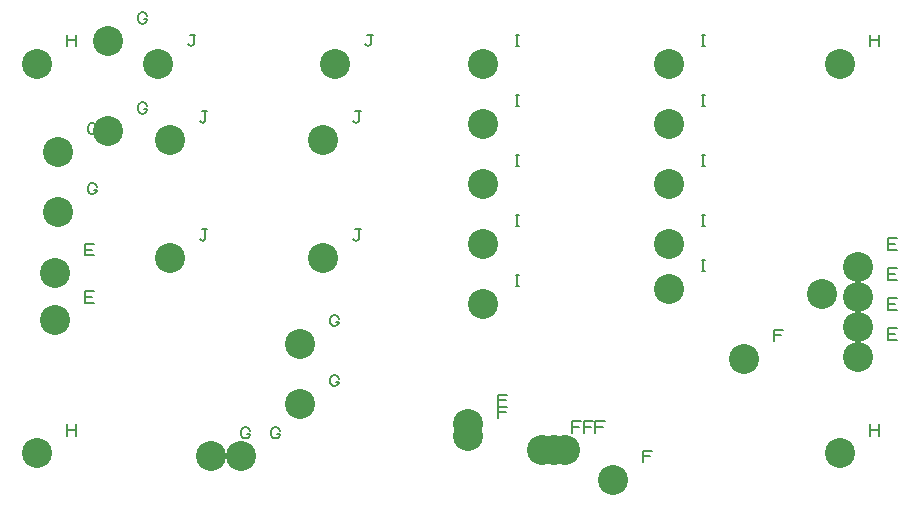
<source format=gbr>
%FSLAX35Y35*%
%MOIN*%
G04 EasyPC Gerber Version 18.0.9 Build 3640 *
%ADD74C,0.00500*%
%ADD73C,0.10000*%
X0Y0D02*
D02*
D73*
X15998Y15998D03*
Y145919D03*
X21904Y60289D03*
Y76037D03*
X22888Y96392D03*
Y116392D03*
X39620Y123281D03*
Y153281D03*
X56352Y145919D03*
X60289Y80959D03*
Y120329D03*
X73911Y15014D03*
X83911D03*
X103596Y32415D03*
Y52415D03*
X111470Y80959D03*
Y120329D03*
X115407Y145919D03*
X159699Y21904D03*
Y25841D03*
X164596Y65715D03*
Y85715D03*
Y105715D03*
Y125715D03*
Y145715D03*
X184305Y16982D03*
X188242D03*
X192179D03*
X207927Y7140D03*
X226596Y70715D03*
Y85715D03*
Y105715D03*
Y125715D03*
Y145715D03*
X251628Y47494D03*
X277809Y69148D03*
X283715Y15998D03*
Y145919D03*
X289620Y48006D03*
Y58006D03*
Y68006D03*
Y78006D03*
D02*
D74*
X25998Y21935D02*
Y25685D01*
Y23811D02*
X29123D01*
Y21935D02*
Y25685D01*
X25998Y151857D02*
Y155607D01*
Y153732D02*
X29123D01*
Y151857D02*
Y155607D01*
X31904Y66227D02*
Y69977D01*
X35029*
X34404Y68102D02*
X31904D01*
Y66227D02*
X35029D01*
X31904Y81975D02*
Y85725D01*
X35029*
X34404Y83850D02*
X31904D01*
Y81975D02*
X35029D01*
X35075Y103892D02*
X36013D01*
Y103579*
X35700Y102954*
X35388Y102642*
X34763Y102329*
X34138*
X33513Y102642*
X33200Y102954*
X32888Y103579*
Y104829*
X33200Y105454*
X33513Y105767*
X34138Y106079*
X34763*
X35388Y105767*
X35700Y105454*
X36013Y104829*
X35075Y123892D02*
X36013D01*
Y123579*
X35700Y122954*
X35388Y122642*
X34763Y122329*
X34138*
X33513Y122642*
X33200Y122954*
X32888Y123579*
Y124829*
X33200Y125454*
X33513Y125767*
X34138Y126079*
X34763*
X35388Y125767*
X35700Y125454*
X36013Y124829*
X51807Y130781D02*
X52745D01*
Y130469*
X52433Y129844*
X52120Y129531*
X51495Y129219*
X50870*
X50245Y129531*
X49933Y129844*
X49620Y130469*
Y131719*
X49933Y132344*
X50245Y132657*
X50870Y132969*
X51495*
X52120Y132657*
X52433Y132344*
X52745Y131719*
X51807Y160781D02*
X52745D01*
Y160469*
X52433Y159844*
X52120Y159531*
X51495Y159219*
X50870*
X50245Y159531*
X49933Y159844*
X49620Y160469*
Y161719*
X49933Y162344*
X50245Y162657*
X50870Y162969*
X51495*
X52120Y162657*
X52433Y162344*
X52745Y161719*
X66352Y152482D02*
X66665Y152169D01*
X67290Y151857*
X67915Y152169*
X68228Y152482*
Y155607*
X68852*
X68228D02*
X66978D01*
X70289Y87521D02*
X70602Y87209D01*
X71227Y86896*
X71852Y87209*
X72165Y87521*
Y90646*
X72789*
X72165D02*
X70915D01*
X70289Y126891D02*
X70602Y126579D01*
X71227Y126266*
X71852Y126579*
X72165Y126891*
Y130016*
X72789*
X72165D02*
X70915D01*
X86099Y22514D02*
X87037D01*
Y22201*
X86724Y21576*
X86411Y21264*
X85787Y20951*
X85161*
X84537Y21264*
X84224Y21576*
X83911Y22201*
Y23451*
X84224Y24076*
X84537Y24389*
X85161Y24701*
X85787*
X86411Y24389*
X86724Y24076*
X87037Y23451*
X96099Y22514D02*
X97037D01*
Y22201*
X96724Y21576*
X96411Y21264*
X95787Y20951*
X95161*
X94537Y21264*
X94224Y21576*
X93911Y22201*
Y23451*
X94224Y24076*
X94537Y24389*
X95161Y24701*
X95787*
X96411Y24389*
X96724Y24076*
X97037Y23451*
X115784Y39915D02*
X116722D01*
Y39603*
X116409Y38978*
X116096Y38665*
X115472Y38353*
X114846*
X114222Y38665*
X113909Y38978*
X113596Y39603*
Y40853*
X113909Y41478*
X114222Y41791*
X114846Y42103*
X115472*
X116096Y41791*
X116409Y41478*
X116722Y40853*
X115784Y59915D02*
X116722D01*
Y59603*
X116409Y58978*
X116096Y58665*
X115472Y58353*
X114846*
X114222Y58665*
X113909Y58978*
X113596Y59603*
Y60853*
X113909Y61478*
X114222Y61791*
X114846Y62103*
X115472*
X116096Y61791*
X116409Y61478*
X116722Y60853*
X121470Y87521D02*
X121783Y87209D01*
X122408Y86896*
X123033Y87209*
X123346Y87521*
Y90646*
X123970*
X123346D02*
X122096D01*
X121470Y126891D02*
X121783Y126579D01*
X122408Y126266*
X123033Y126579*
X123346Y126891*
Y130016*
X123970*
X123346D02*
X122096D01*
X125407Y152482D02*
X125720Y152169D01*
X126345Y151857*
X126970Y152169*
X127283Y152482*
Y155607*
X127907*
X127283D02*
X126033D01*
X169699Y27841D02*
Y31591D01*
X172824*
X172199Y29716D02*
X169699D01*
Y31778D02*
Y35528D01*
X172824*
X172199Y33653D02*
X169699D01*
X175534Y71652D02*
X176784D01*
X176159D02*
Y75402D01*
X175534D02*
X176784D01*
X175534Y91652D02*
X176784D01*
X176159D02*
Y95402D01*
X175534D02*
X176784D01*
X175534Y111652D02*
X176784D01*
X176159D02*
Y115402D01*
X175534D02*
X176784D01*
X175534Y131652D02*
X176784D01*
X176159D02*
Y135402D01*
X175534D02*
X176784D01*
X175534Y151652D02*
X176784D01*
X176159D02*
Y155402D01*
X175534D02*
X176784D01*
X194305Y22920D02*
Y26670D01*
X197430*
X196805Y24795D02*
X194305D01*
X198242Y22920D02*
Y26670D01*
X201367*
X200742Y24795D02*
X198242D01*
X202179Y22920D02*
Y26670D01*
X205304*
X204679Y24795D02*
X202179D01*
X217927Y13077D02*
Y16827D01*
X221052*
X220427Y14952D02*
X217927D01*
X237534Y76652D02*
X238784D01*
X238159D02*
Y80402D01*
X237534D02*
X238784D01*
X237534Y91652D02*
X238784D01*
X238159D02*
Y95402D01*
X237534D02*
X238784D01*
X237534Y111652D02*
X238784D01*
X238159D02*
Y115402D01*
X237534D02*
X238784D01*
X237534Y131652D02*
X238784D01*
X238159D02*
Y135402D01*
X237534D02*
X238784D01*
X237534Y151652D02*
X238784D01*
X238159D02*
Y155402D01*
X237534D02*
X238784D01*
X261628Y53431D02*
Y57181D01*
X264753*
X264128Y55307D02*
X261628D01*
X287809Y75085D02*
Y78835D01*
X290934*
X290309Y76960D02*
X287809D01*
X293715Y21935D02*
Y25685D01*
Y23811D02*
X296840D01*
Y21935D02*
Y25685D01*
X293715Y151857D02*
Y155607D01*
Y153732D02*
X296840D01*
Y151857D02*
Y155607D01*
X299620Y53943D02*
Y57693D01*
X302745*
X302120Y55819D02*
X299620D01*
Y53943D02*
X302745D01*
X299620Y63943D02*
Y67693D01*
X302745*
X302120Y65819D02*
X299620D01*
Y63943D02*
X302745D01*
X299620Y73943D02*
Y77693D01*
X302745*
X302120Y75819D02*
X299620D01*
Y73943D02*
X302745D01*
X299620Y83943D02*
Y87693D01*
X302745*
X302120Y85819D02*
X299620D01*
Y83943D02*
X302745D01*
X0Y0D02*
M02*

</source>
